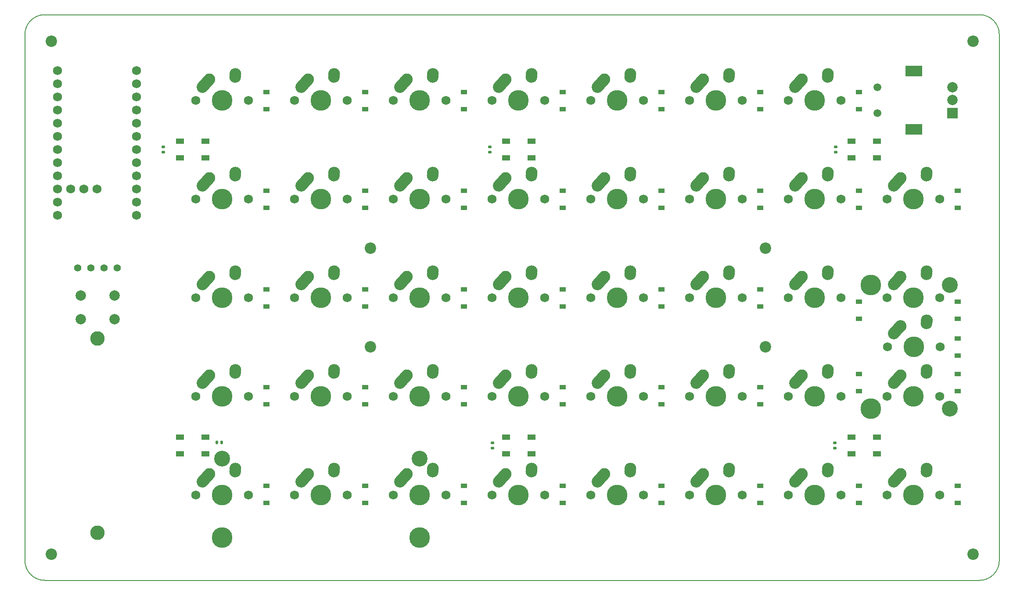
<source format=gbr>
G04 #@! TF.GenerationSoftware,KiCad,Pcbnew,(6.0.1)*
G04 #@! TF.CreationDate,2022-04-05T13:54:26+01:00*
G04 #@! TF.ProjectId,Keyboard Right Hand Side,4b657962-6f61-4726-9420-526967687420,rev?*
G04 #@! TF.SameCoordinates,Original*
G04 #@! TF.FileFunction,Soldermask,Bot*
G04 #@! TF.FilePolarity,Negative*
%FSLAX46Y46*%
G04 Gerber Fmt 4.6, Leading zero omitted, Abs format (unit mm)*
G04 Created by KiCad (PCBNEW (6.0.1)) date 2022-04-05 13:54:26*
%MOMM*%
%LPD*%
G01*
G04 APERTURE LIST*
G04 Aperture macros list*
%AMRoundRect*
0 Rectangle with rounded corners*
0 $1 Rounding radius*
0 $2 $3 $4 $5 $6 $7 $8 $9 X,Y pos of 4 corners*
0 Add a 4 corners polygon primitive as box body*
4,1,4,$2,$3,$4,$5,$6,$7,$8,$9,$2,$3,0*
0 Add four circle primitives for the rounded corners*
1,1,$1+$1,$2,$3*
1,1,$1+$1,$4,$5*
1,1,$1+$1,$6,$7*
1,1,$1+$1,$8,$9*
0 Add four rect primitives between the rounded corners*
20,1,$1+$1,$2,$3,$4,$5,0*
20,1,$1+$1,$4,$5,$6,$7,0*
20,1,$1+$1,$6,$7,$8,$9,0*
20,1,$1+$1,$8,$9,$2,$3,0*%
%AMHorizOval*
0 Thick line with rounded ends*
0 $1 width*
0 $2 $3 position (X,Y) of the first rounded end (center of the circle)*
0 $4 $5 position (X,Y) of the second rounded end (center of the circle)*
0 Add line between two ends*
20,1,$1,$2,$3,$4,$5,0*
0 Add two circle primitives to create the rounded ends*
1,1,$1,$2,$3*
1,1,$1,$4,$5*%
G04 Aperture macros list end*
G04 #@! TA.AperFunction,Profile*
%ADD10C,0.200000*%
G04 #@! TD*
%ADD11C,1.750000*%
%ADD12C,3.987800*%
%ADD13C,2.250000*%
%ADD14HorizOval,2.250000X0.655001X0.730000X-0.655001X-0.730000X0*%
%ADD15HorizOval,2.250000X0.020000X0.290000X-0.020000X-0.290000X0*%
%ADD16C,2.200000*%
%ADD17C,3.048000*%
%ADD18C,2.000000*%
%ADD19C,1.500000*%
%ADD20R,2.000000X2.000000*%
%ADD21R,3.200000X2.000000*%
%ADD22C,1.397000*%
%ADD23C,1.752600*%
%ADD24C,2.800000*%
%ADD25R,1.200000X0.900000*%
%ADD26RoundRect,0.140000X-0.140000X-0.170000X0.140000X-0.170000X0.140000X0.170000X-0.140000X0.170000X0*%
%ADD27R,1.500000X1.000000*%
%ADD28RoundRect,0.140000X0.170000X-0.140000X0.170000X0.140000X-0.170000X0.140000X-0.170000X-0.140000X0*%
G04 APERTURE END LIST*
D10*
X264793323Y-41276677D02*
G75*
G03*
X260983323Y-37466677I-3809999J1D01*
G01*
X260983323Y-146683323D02*
G75*
G03*
X264793323Y-142873323I1J3809999D01*
G01*
X80646677Y-37466677D02*
X260983323Y-37466677D01*
X76836677Y-142873323D02*
X76836677Y-41276677D01*
X260983323Y-146683323D02*
X80646677Y-146683323D01*
X80646677Y-37466677D02*
G75*
G03*
X76836677Y-41276677I-1J-3809999D01*
G01*
X76836677Y-142873323D02*
G75*
G03*
X80646677Y-146683323I3809999J-1D01*
G01*
X264793323Y-41276677D02*
X264793323Y-142873323D01*
D11*
X224127300Y-53983000D03*
D12*
X229207300Y-53983000D03*
D11*
X234287300Y-53983000D03*
D13*
X226707300Y-49983000D03*
D14*
X226052301Y-50713000D03*
D13*
X231747300Y-48903000D03*
D15*
X231727300Y-49193000D03*
D12*
X172057300Y-92083000D03*
D11*
X177137300Y-92083000D03*
X166977300Y-92083000D03*
D13*
X169557300Y-88083000D03*
D14*
X168902301Y-88813000D03*
D15*
X174577300Y-87293000D03*
D13*
X174597300Y-87003000D03*
D12*
X191107300Y-130183000D03*
D11*
X186027300Y-130183000D03*
X196187300Y-130183000D03*
D14*
X187952301Y-126913000D03*
D13*
X188607300Y-126183000D03*
D15*
X193627300Y-125393000D03*
D13*
X193647300Y-125103000D03*
D12*
X191107300Y-73033000D03*
D11*
X186027300Y-73033000D03*
X196187300Y-73033000D03*
D14*
X187952301Y-69763000D03*
D13*
X188607300Y-69033000D03*
D15*
X193627300Y-68243000D03*
D13*
X193647300Y-67953000D03*
D11*
X128877300Y-111133000D03*
D12*
X133957300Y-111133000D03*
D11*
X139037300Y-111133000D03*
D13*
X131457300Y-107133000D03*
D14*
X130802301Y-107863000D03*
D13*
X136497300Y-106053000D03*
D15*
X136477300Y-106343000D03*
D16*
X81915000Y-42545000D03*
D11*
X128877300Y-92083000D03*
X139037300Y-92083000D03*
D12*
X133957300Y-92083000D03*
D14*
X130802301Y-88813000D03*
D13*
X131457300Y-88083000D03*
D15*
X136477300Y-87293000D03*
D13*
X136497300Y-87003000D03*
D11*
X215237300Y-92083000D03*
X205077300Y-92083000D03*
D12*
X210157300Y-92083000D03*
D13*
X207657300Y-88083000D03*
D14*
X207002301Y-88813000D03*
D15*
X212677300Y-87293000D03*
D13*
X212697300Y-87003000D03*
D16*
X259715000Y-141605000D03*
D11*
X119987300Y-53983000D03*
D12*
X114907300Y-53983000D03*
D11*
X109827300Y-53983000D03*
D14*
X111752301Y-50713000D03*
D13*
X112407300Y-49983000D03*
D15*
X117427300Y-49193000D03*
D13*
X117447300Y-48903000D03*
D11*
X234287300Y-111133000D03*
X224127300Y-111133000D03*
D12*
X229207300Y-111133000D03*
D13*
X226707300Y-107133000D03*
D14*
X226052301Y-107863000D03*
D13*
X231747300Y-106053000D03*
D15*
X231727300Y-106343000D03*
D11*
X177137300Y-53983000D03*
X166977300Y-53983000D03*
D12*
X172057300Y-53983000D03*
D14*
X168902301Y-50713000D03*
D13*
X169557300Y-49983000D03*
D15*
X174577300Y-49193000D03*
D13*
X174597300Y-48903000D03*
D11*
X224127300Y-92083000D03*
X234287300Y-92083000D03*
D12*
X229207300Y-92083000D03*
D14*
X226052301Y-88813000D03*
D13*
X226707300Y-88083000D03*
D15*
X231727300Y-87293000D03*
D13*
X231747300Y-87003000D03*
D11*
X158087300Y-73033000D03*
D12*
X153007300Y-73033000D03*
D11*
X147927300Y-73033000D03*
D13*
X150507300Y-69033000D03*
D14*
X149852301Y-69763000D03*
D15*
X155527300Y-68243000D03*
D13*
X155547300Y-67953000D03*
D16*
X143510000Y-101600000D03*
D11*
X166977300Y-73033000D03*
D12*
X172057300Y-73033000D03*
D11*
X177137300Y-73033000D03*
D14*
X168902301Y-69763000D03*
D13*
X169557300Y-69033000D03*
X174597300Y-67953000D03*
D15*
X174577300Y-68243000D03*
D11*
X119987300Y-130183000D03*
D12*
X114907300Y-130183000D03*
D11*
X109827300Y-130183000D03*
D13*
X112407300Y-126183000D03*
D14*
X111752301Y-126913000D03*
D15*
X117427300Y-125393000D03*
D13*
X117447300Y-125103000D03*
D16*
X219710000Y-82550000D03*
D12*
X133957300Y-130183000D03*
D17*
X114907300Y-123198000D03*
D12*
X153007300Y-138438000D03*
D11*
X139037300Y-130183000D03*
X128877300Y-130183000D03*
D12*
X114907300Y-138438000D03*
D17*
X153007300Y-123198000D03*
D14*
X130802301Y-126913000D03*
D13*
X131457300Y-126183000D03*
D15*
X136477300Y-125393000D03*
D13*
X136497300Y-125103000D03*
D11*
X253337300Y-130183000D03*
D12*
X248257300Y-130183000D03*
D11*
X243177300Y-130183000D03*
D13*
X245757300Y-126183000D03*
D14*
X245102301Y-126913000D03*
D15*
X250777300Y-125393000D03*
D13*
X250797300Y-125103000D03*
D18*
X87630000Y-91730000D03*
X94130000Y-91730000D03*
X87630000Y-96230000D03*
X94130000Y-96230000D03*
D12*
X191107300Y-111133000D03*
D11*
X186027300Y-111133000D03*
X196187300Y-111133000D03*
D13*
X188607300Y-107133000D03*
D14*
X187952301Y-107863000D03*
D15*
X193627300Y-106343000D03*
D13*
X193647300Y-106053000D03*
D11*
X158087300Y-53983000D03*
X147927300Y-53983000D03*
D12*
X153007300Y-53983000D03*
D13*
X150507300Y-49983000D03*
D14*
X149852301Y-50713000D03*
D15*
X155527300Y-49193000D03*
D13*
X155547300Y-48903000D03*
D16*
X143510000Y-82550000D03*
D12*
X133957300Y-73033000D03*
D11*
X139037300Y-73033000D03*
X128877300Y-73033000D03*
D13*
X131457300Y-69033000D03*
D14*
X130802301Y-69763000D03*
D15*
X136477300Y-68243000D03*
D13*
X136497300Y-67953000D03*
D12*
X191107300Y-92083000D03*
D11*
X196187300Y-92083000D03*
X186027300Y-92083000D03*
D14*
X187952301Y-88813000D03*
D13*
X188607300Y-88083000D03*
D15*
X193627300Y-87293000D03*
D13*
X193647300Y-87003000D03*
D11*
X234287300Y-73033000D03*
X224127300Y-73033000D03*
D12*
X229207300Y-73033000D03*
D13*
X226707300Y-69033000D03*
D14*
X226052301Y-69763000D03*
D13*
X231747300Y-67953000D03*
D15*
X231727300Y-68243000D03*
D11*
X243177300Y-73033000D03*
X253337300Y-73033000D03*
D12*
X248257300Y-73033000D03*
D14*
X245102301Y-69763000D03*
D13*
X245757300Y-69033000D03*
D15*
X250777300Y-68243000D03*
D13*
X250797300Y-67953000D03*
D11*
X166977300Y-111133000D03*
X177137300Y-111133000D03*
D12*
X172057300Y-111133000D03*
D14*
X168902301Y-107863000D03*
D13*
X169557300Y-107133000D03*
D15*
X174577300Y-106343000D03*
D13*
X174597300Y-106053000D03*
D16*
X259715000Y-42545000D03*
D11*
X205077300Y-73033000D03*
D12*
X210157300Y-73033000D03*
D11*
X215237300Y-73033000D03*
D13*
X207657300Y-69033000D03*
D14*
X207002301Y-69763000D03*
D15*
X212677300Y-68243000D03*
D13*
X212697300Y-67953000D03*
D12*
X172057300Y-130183000D03*
D11*
X166977300Y-130183000D03*
X177137300Y-130183000D03*
D14*
X168902301Y-126913000D03*
D13*
X169557300Y-126183000D03*
X174597300Y-125103000D03*
D15*
X174577300Y-125393000D03*
D11*
X147927300Y-130183000D03*
D12*
X153007300Y-130183000D03*
D11*
X158087300Y-130183000D03*
D14*
X149852301Y-126913000D03*
D13*
X150507300Y-126183000D03*
D15*
X155527300Y-125393000D03*
D13*
X155547300Y-125103000D03*
D11*
X128877300Y-53983000D03*
X139037300Y-53983000D03*
D12*
X133957300Y-53983000D03*
D13*
X131457300Y-49983000D03*
D14*
X130802301Y-50713000D03*
D13*
X136497300Y-48903000D03*
D15*
X136477300Y-49193000D03*
D19*
X241275000Y-51470000D03*
X241275000Y-56470000D03*
D20*
X255775000Y-56470000D03*
D18*
X255775000Y-51470000D03*
X255775000Y-53970000D03*
D21*
X248275000Y-48370000D03*
X248275000Y-59570000D03*
D12*
X248272300Y-101603000D03*
D17*
X255257300Y-113541000D03*
D12*
X240017300Y-89665000D03*
X240017300Y-113541000D03*
D17*
X255257300Y-89665000D03*
D11*
X243192300Y-101603000D03*
X253352300Y-101603000D03*
D13*
X245772300Y-97603000D03*
D14*
X245117301Y-98333000D03*
D15*
X250792300Y-96813000D03*
D13*
X250812300Y-96523000D03*
D12*
X248242300Y-111133000D03*
D11*
X253322300Y-111133000D03*
X243162300Y-111133000D03*
D14*
X245087301Y-107863000D03*
D13*
X245742300Y-107133000D03*
D15*
X250762300Y-106343000D03*
D13*
X250782300Y-106053000D03*
D11*
X119987300Y-73033000D03*
D12*
X114907300Y-73033000D03*
D11*
X109827300Y-73033000D03*
D14*
X111752301Y-69763000D03*
D13*
X112407300Y-69033000D03*
X117447300Y-67953000D03*
D15*
X117427300Y-68243000D03*
D11*
X215237300Y-53983000D03*
X205077300Y-53983000D03*
D12*
X210157300Y-53983000D03*
D13*
X207657300Y-49983000D03*
D14*
X207002301Y-50713000D03*
D13*
X212697300Y-48903000D03*
D15*
X212677300Y-49193000D03*
D12*
X153007300Y-111133000D03*
D11*
X147927300Y-111133000D03*
X158087300Y-111133000D03*
D14*
X149852301Y-107863000D03*
D13*
X150507300Y-107133000D03*
X155547300Y-106053000D03*
D15*
X155527300Y-106343000D03*
D11*
X234287300Y-130183000D03*
X224127300Y-130183000D03*
D12*
X229207300Y-130183000D03*
D13*
X226707300Y-126183000D03*
D14*
X226052301Y-126913000D03*
D13*
X231747300Y-125103000D03*
D15*
X231727300Y-125393000D03*
D22*
X94605000Y-86360000D03*
X92065000Y-86360000D03*
X89525000Y-86360000D03*
X86985000Y-86360000D03*
D16*
X81915000Y-141605000D03*
D11*
X215237300Y-130183000D03*
D12*
X210157300Y-130183000D03*
D11*
X205077300Y-130183000D03*
D13*
X207657300Y-126183000D03*
D14*
X207002301Y-126913000D03*
D15*
X212677300Y-125393000D03*
D13*
X212697300Y-125103000D03*
D12*
X210157300Y-111133000D03*
D11*
X205077300Y-111133000D03*
X215237300Y-111133000D03*
D13*
X207657300Y-107133000D03*
D14*
X207002301Y-107863000D03*
D13*
X212697300Y-106053000D03*
D15*
X212677300Y-106343000D03*
D23*
X83157300Y-48234750D03*
X83157300Y-50774750D03*
X83157300Y-53314750D03*
X83157300Y-55854750D03*
X83157300Y-58394750D03*
X83157300Y-60934750D03*
X83157300Y-63474750D03*
X83157300Y-66014750D03*
X83157300Y-68554750D03*
X83157300Y-71094750D03*
X83157300Y-73634750D03*
X83157300Y-76174750D03*
X98397300Y-76174750D03*
X98397300Y-73634750D03*
X98397300Y-71094750D03*
X98397300Y-68554750D03*
X98397300Y-66014750D03*
X98397300Y-63474750D03*
X98397300Y-60934750D03*
X98397300Y-58394750D03*
X98397300Y-55854750D03*
X98397300Y-53314750D03*
X98397300Y-50774750D03*
X98397300Y-48234750D03*
X85697300Y-71094750D03*
X88237300Y-71094750D03*
X90777300Y-71094750D03*
D16*
X219710000Y-101600000D03*
D12*
X114907300Y-111133000D03*
D11*
X119987300Y-111133000D03*
X109827300Y-111133000D03*
D14*
X111752301Y-107863000D03*
D13*
X112407300Y-107133000D03*
D15*
X117427300Y-106343000D03*
D13*
X117447300Y-106053000D03*
D24*
X90805000Y-137495000D03*
X90805000Y-99995000D03*
D12*
X153007300Y-92083000D03*
D11*
X158087300Y-92083000D03*
X147927300Y-92083000D03*
D14*
X149852301Y-88813000D03*
D13*
X150507300Y-88083000D03*
X155547300Y-87003000D03*
D15*
X155527300Y-87293000D03*
D12*
X114907300Y-92083000D03*
D11*
X109827300Y-92083000D03*
X119987300Y-92083000D03*
D13*
X112407300Y-88083000D03*
D14*
X111752301Y-88813000D03*
D15*
X117427300Y-87293000D03*
D13*
X117447300Y-87003000D03*
D11*
X186027300Y-53983000D03*
X196187300Y-53983000D03*
D12*
X191107300Y-53983000D03*
D13*
X188607300Y-49983000D03*
D14*
X187952301Y-50713000D03*
D15*
X193627300Y-49193000D03*
D13*
X193647300Y-48903000D03*
D12*
X248212300Y-92083000D03*
D11*
X253292300Y-92083000D03*
X243132300Y-92083000D03*
D14*
X245057301Y-88813000D03*
D13*
X245712300Y-88083000D03*
D15*
X250732300Y-87293000D03*
D13*
X250752300Y-87003000D03*
D25*
X237732300Y-74724800D03*
X237732300Y-71424800D03*
X199632300Y-55674800D03*
X199632300Y-52374800D03*
X199632300Y-112648000D03*
X199632300Y-109348000D03*
D26*
X113820000Y-120015000D03*
X114780000Y-120015000D03*
D27*
X174535000Y-61900000D03*
X174535000Y-65100000D03*
X169635000Y-65100000D03*
X169635000Y-61900000D03*
D25*
X180582300Y-55674800D03*
X180582300Y-52374800D03*
X256782300Y-96138000D03*
X256782300Y-92838000D03*
X161532300Y-112648000D03*
X161532300Y-109348000D03*
D27*
X241210000Y-119050000D03*
X241210000Y-122250000D03*
X236310000Y-122250000D03*
X236310000Y-119050000D03*
D25*
X161532300Y-55674800D03*
X161532300Y-52374800D03*
X237732300Y-55674800D03*
X237732300Y-52374800D03*
D28*
X233200000Y-63980000D03*
X233200000Y-63020000D03*
D27*
X174535000Y-119050000D03*
X174535000Y-122250000D03*
X169635000Y-122250000D03*
X169635000Y-119050000D03*
D25*
X180582300Y-131698000D03*
X180582300Y-128398000D03*
X123432300Y-55674800D03*
X123432300Y-52374800D03*
X256782300Y-103250000D03*
X256782300Y-99950000D03*
X161532300Y-131698000D03*
X161532300Y-128398000D03*
X256782300Y-110108000D03*
X256782300Y-106808000D03*
X199632300Y-74724800D03*
X199632300Y-71424800D03*
X161532300Y-74724800D03*
X161532300Y-71424800D03*
X218682300Y-112648000D03*
X218682300Y-109348000D03*
X180582300Y-112648000D03*
X180582300Y-109348000D03*
X142482300Y-131698000D03*
X142482300Y-128398000D03*
X142482300Y-93774800D03*
X142482300Y-90474800D03*
D28*
X166497000Y-63980000D03*
X166497000Y-63020000D03*
D25*
X256782300Y-131698000D03*
X256782300Y-128398000D03*
X199632300Y-131698000D03*
X199632300Y-128398000D03*
X123432300Y-112648000D03*
X123432300Y-109348000D03*
X199632300Y-93774800D03*
X199632300Y-90474800D03*
X180582300Y-74724800D03*
X180582300Y-71424800D03*
X237732300Y-131698000D03*
X237732300Y-128398000D03*
X237732300Y-110108000D03*
X237732300Y-106808000D03*
X123432300Y-74724800D03*
X123432300Y-71424800D03*
X218682300Y-131698000D03*
X218682300Y-128398000D03*
D28*
X103505000Y-63980000D03*
X103505000Y-63020000D03*
D25*
X142482300Y-112648000D03*
X142482300Y-109348000D03*
X142482300Y-55674800D03*
X142482300Y-52374800D03*
X218682300Y-93774800D03*
X218682300Y-90474800D03*
X123432300Y-93774800D03*
X123432300Y-90474800D03*
X218682300Y-74724800D03*
X218682300Y-71424800D03*
D27*
X111670000Y-61900000D03*
X111670000Y-65100000D03*
X106770000Y-65100000D03*
X106770000Y-61900000D03*
X241210000Y-61900000D03*
X241210000Y-65100000D03*
X236310000Y-65100000D03*
X236310000Y-61900000D03*
D25*
X180582300Y-93774800D03*
X180582300Y-90474800D03*
X161532300Y-93774800D03*
X161532300Y-90474800D03*
X256782300Y-74724800D03*
X256782300Y-71424800D03*
X237732300Y-96138000D03*
X237732300Y-92838000D03*
D27*
X111670000Y-119050000D03*
X111670000Y-122250000D03*
X106770000Y-122250000D03*
X106770000Y-119050000D03*
D25*
X123432300Y-131698000D03*
X123432300Y-128398000D03*
D28*
X167005000Y-121130000D03*
X167005000Y-120170000D03*
D25*
X142482300Y-74724800D03*
X142482300Y-71424800D03*
X218682300Y-55674800D03*
X218682300Y-52374800D03*
D28*
X233045000Y-121130000D03*
X233045000Y-120170000D03*
M02*

</source>
